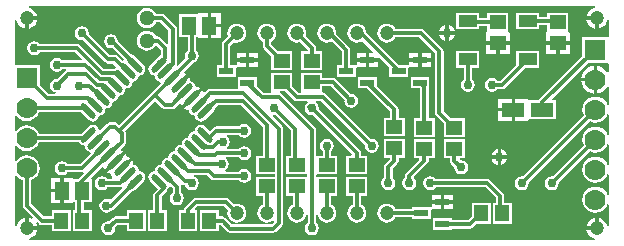
<source format=gtl>
G04 Layer_Physical_Order=1*
G04 Layer_Color=255*
%FSAX24Y24*%
%MOIN*%
G70*
G01*
G75*
%ADD10R,0.0768X0.0492*%
%ADD11R,0.0472X0.0236*%
%ADD12R,0.0472X0.0551*%
%ADD13R,0.0551X0.0472*%
%ADD14R,0.0512X0.0591*%
G04:AMPARAMS|DCode=15|XSize=21.7mil|YSize=65mil|CornerRadius=0mil|HoleSize=0mil|Usage=FLASHONLY|Rotation=225.000|XOffset=0mil|YOffset=0mil|HoleType=Round|Shape=Round|*
%AMOVALD15*
21,1,0.0433,0.0217,0.0000,0.0000,315.0*
1,1,0.0217,-0.0153,0.0153*
1,1,0.0217,0.0153,-0.0153*
%
%ADD15OVALD15*%

G04:AMPARAMS|DCode=16|XSize=21.7mil|YSize=65mil|CornerRadius=0mil|HoleSize=0mil|Usage=FLASHONLY|Rotation=315.000|XOffset=0mil|YOffset=0mil|HoleType=Round|Shape=Round|*
%AMOVALD16*
21,1,0.0433,0.0217,0.0000,0.0000,45.0*
1,1,0.0217,-0.0153,-0.0153*
1,1,0.0217,0.0153,0.0153*
%
%ADD16OVALD16*%

%ADD17R,0.0600X0.0400*%
%ADD18C,0.0118*%
%ADD19C,0.0700*%
%ADD20R,0.0700X0.0700*%
%ADD21C,0.0472*%
%ADD22C,0.0512*%
%ADD23C,0.0300*%
G36*
X058944Y047350D02*
X058907Y047345D01*
X058821Y047310D01*
X058747Y047253D01*
X058690Y047179D01*
X058655Y047092D01*
X058650Y047059D01*
X059000D01*
Y047000D01*
X059059D01*
Y046650D01*
X059092Y046655D01*
X059179Y046690D01*
X059253Y046747D01*
X059310Y046821D01*
X059345Y046908D01*
X059350Y046944D01*
X059400Y046941D01*
Y046420D01*
X059379Y046379D01*
X059350Y046379D01*
X058521D01*
Y045734D01*
X057083Y044295D01*
X057069Y044275D01*
X056745Y044275D01*
X056720Y044314D01*
X056694D01*
X056694Y044314D01*
X056277D01*
Y043950D01*
Y043586D01*
X056694D01*
X056694Y043586D01*
X056720Y043586D01*
X056745Y043625D01*
X056770Y043625D01*
X057645D01*
Y044275D01*
X057525D01*
X057506Y044321D01*
X058706Y045521D01*
X059350D01*
X059379Y045521D01*
X059400Y045480D01*
Y045211D01*
X059350Y045198D01*
X059284Y045284D01*
X059186Y045359D01*
X059072Y045406D01*
X059009Y045414D01*
Y044950D01*
Y044486D01*
X059072Y044494D01*
X059186Y044541D01*
X059284Y044616D01*
X059350Y044702D01*
X059400Y044689D01*
Y044115D01*
X059350Y044105D01*
X059324Y044166D01*
X059256Y044256D01*
X059166Y044324D01*
X059062Y044368D01*
X058950Y044382D01*
X058838Y044368D01*
X058734Y044324D01*
X058644Y044256D01*
X058575Y044166D01*
X058532Y044062D01*
X058518Y043950D01*
X058532Y043838D01*
X058564Y043762D01*
X056529Y041727D01*
X056500Y041733D01*
X056411Y041715D01*
X056335Y041665D01*
X056285Y041589D01*
X056267Y041500D01*
X056285Y041411D01*
X056335Y041335D01*
X056411Y041285D01*
X056500Y041267D01*
X056589Y041285D01*
X056665Y041335D01*
X056715Y041411D01*
X056733Y041500D01*
X056727Y041529D01*
X058762Y043564D01*
X058838Y043532D01*
X058950Y043518D01*
X059062Y043532D01*
X059166Y043575D01*
X059256Y043644D01*
X059324Y043734D01*
X059350Y043795D01*
X059400Y043785D01*
Y043115D01*
X059350Y043105D01*
X059324Y043166D01*
X059256Y043256D01*
X059166Y043324D01*
X059062Y043368D01*
X058950Y043382D01*
X058838Y043368D01*
X058734Y043324D01*
X058644Y043256D01*
X058576Y043166D01*
X058532Y043062D01*
X058518Y042950D01*
X058532Y042838D01*
X058564Y042762D01*
X057529Y041727D01*
X057500Y041733D01*
X057411Y041715D01*
X057335Y041665D01*
X057285Y041589D01*
X057267Y041500D01*
X057285Y041411D01*
X057335Y041335D01*
X057411Y041285D01*
X057500Y041267D01*
X057589Y041285D01*
X057665Y041335D01*
X057715Y041411D01*
X057733Y041500D01*
X057727Y041529D01*
X058762Y042564D01*
X058838Y042532D01*
X058950Y042518D01*
X059062Y042532D01*
X059166Y042575D01*
X059256Y042644D01*
X059324Y042734D01*
X059350Y042795D01*
X059400Y042785D01*
Y042115D01*
X059350Y042105D01*
X059325Y042166D01*
X059256Y042256D01*
X059166Y042325D01*
X059062Y042368D01*
X058950Y042382D01*
X058838Y042368D01*
X058734Y042325D01*
X058644Y042256D01*
X058576Y042166D01*
X058532Y042062D01*
X058518Y041950D01*
X058532Y041838D01*
X058576Y041734D01*
X058644Y041644D01*
X058734Y041575D01*
X058838Y041532D01*
X058950Y041518D01*
X059062Y041532D01*
X059166Y041575D01*
X059256Y041644D01*
X059325Y041734D01*
X059350Y041795D01*
X059400Y041785D01*
Y041115D01*
X059350Y041105D01*
X059325Y041166D01*
X059256Y041256D01*
X059166Y041325D01*
X059062Y041368D01*
X058950Y041382D01*
X058838Y041368D01*
X058734Y041325D01*
X058644Y041256D01*
X058576Y041166D01*
X058532Y041062D01*
X058518Y040950D01*
X058532Y040838D01*
X058576Y040734D01*
X058644Y040644D01*
X058734Y040575D01*
X058838Y040532D01*
X058950Y040518D01*
X059062Y040532D01*
X059166Y040575D01*
X059256Y040644D01*
X059325Y040734D01*
X059350Y040795D01*
X059400Y040785D01*
Y040059D01*
X059350Y040056D01*
X059345Y040093D01*
X059310Y040179D01*
X059253Y040253D01*
X059179Y040310D01*
X059092Y040345D01*
X059059Y040350D01*
Y040000D01*
X059000D01*
Y039941D01*
X058650D01*
X058655Y039908D01*
X058690Y039821D01*
X058747Y039747D01*
X058821Y039690D01*
X058907Y039655D01*
X058944Y039650D01*
X058941Y039600D01*
X040059D01*
X040056Y039650D01*
X040093Y039655D01*
X040179Y039690D01*
X040253Y039747D01*
X040310Y039821D01*
X040345Y039908D01*
X040350Y039941D01*
X040000D01*
Y040000D01*
X039941D01*
Y040350D01*
X039908Y040345D01*
X039821Y040310D01*
X039747Y040253D01*
X039690Y040179D01*
X039655Y040093D01*
X039650Y040056D01*
X039600Y040059D01*
Y041735D01*
X039650Y041752D01*
X039694Y041694D01*
X039784Y041625D01*
X039860Y041594D01*
Y040750D01*
X039870Y040696D01*
X039901Y040651D01*
X040194Y040357D01*
X040166Y040315D01*
X040093Y040345D01*
X040059Y040350D01*
Y040059D01*
X040350D01*
X040345Y040093D01*
X040315Y040166D01*
X040357Y040194D01*
X040401Y040151D01*
X040446Y040120D01*
X040500Y040110D01*
X040831D01*
Y039896D01*
X041461D01*
Y040604D01*
X040831D01*
Y040391D01*
X040558D01*
X040141Y040808D01*
Y041594D01*
X040216Y041625D01*
X040306Y041694D01*
X040375Y041784D01*
X040418Y041888D01*
X040432Y042000D01*
X040418Y042112D01*
X040375Y042216D01*
X040306Y042306D01*
X040216Y042375D01*
X040112Y042418D01*
X040000Y042432D01*
X039888Y042418D01*
X039784Y042375D01*
X039694Y042306D01*
X039650Y042248D01*
X039600Y042265D01*
Y042735D01*
X039650Y042752D01*
X039694Y042694D01*
X039784Y042625D01*
X039888Y042582D01*
X040000Y042568D01*
X040112Y042582D01*
X040216Y042625D01*
X040306Y042694D01*
X040375Y042784D01*
X040406Y042860D01*
X041738D01*
X041763Y042822D01*
X041825Y042781D01*
X041898Y042766D01*
X041930Y042734D01*
X041945Y042661D01*
X041986Y042600D01*
X042048Y042558D01*
X042109Y042546D01*
X042126Y042511D01*
X042128Y042495D01*
X041774Y042140D01*
X041347D01*
X041330Y042165D01*
X041255Y042215D01*
X041165Y042233D01*
X041076Y042215D01*
X041000Y042165D01*
X040950Y042089D01*
X040932Y042000D01*
X040950Y041911D01*
X041000Y041835D01*
X041076Y041785D01*
X041165Y041767D01*
X041255Y041785D01*
X041330Y041835D01*
X041347Y041859D01*
X041832D01*
X041876Y041868D01*
X041899Y041841D01*
X041906Y041827D01*
X041703Y041624D01*
X041539D01*
Y041663D01*
X041224D01*
Y041250D01*
Y040837D01*
X041539D01*
Y040876D01*
X041610D01*
Y040604D01*
X041539D01*
Y039896D01*
X042169D01*
Y040604D01*
X041891D01*
Y040859D01*
X042000D01*
X042054Y040870D01*
X042062Y040876D01*
X042169D01*
Y041624D01*
X042165D01*
X042146Y041670D01*
X042513Y042037D01*
X042567Y042021D01*
X042576Y041978D01*
X042592Y041953D01*
X042900Y042261D01*
X043208Y042569D01*
X043184Y042586D01*
X043141Y042594D01*
X043124Y042649D01*
X043264Y042788D01*
X043295Y042834D01*
X043305Y042888D01*
Y043165D01*
X043295Y043219D01*
X043276Y043246D01*
X044278Y044248D01*
X044513Y044013D01*
X044559Y043983D01*
X044612Y043972D01*
X044835D01*
X044889Y043983D01*
X044935Y044013D01*
X045074Y044153D01*
X045128Y044136D01*
X045137Y044094D01*
X045154Y044069D01*
X045462Y044377D01*
X045770Y044685D01*
X045745Y044702D01*
X045656Y044719D01*
X045618Y044745D01*
X045610Y044784D01*
X045569Y044846D01*
X045507Y044887D01*
X045468Y044895D01*
X045442Y044934D01*
X045424Y045022D01*
X045408Y045047D01*
X045100Y044739D01*
X045016Y044822D01*
X045324Y045130D01*
X045299Y045147D01*
X045257Y045155D01*
X045240Y045210D01*
X045559Y045529D01*
X045589Y045535D01*
X045665Y045585D01*
X045715Y045661D01*
X045733Y045750D01*
X045715Y045839D01*
X045665Y045915D01*
X045641Y045931D01*
Y046376D01*
X045711D01*
Y046337D01*
X046026D01*
Y046750D01*
Y047163D01*
X045711D01*
Y047124D01*
X045081D01*
Y046376D01*
X045360D01*
Y045931D01*
X045335Y045915D01*
X045285Y045839D01*
X045267Y045750D01*
X045285Y045661D01*
X045288Y045655D01*
X045032Y045399D01*
X045018Y045406D01*
X044991Y045429D01*
X045000Y045473D01*
Y046641D01*
X044989Y046694D01*
X044959Y046740D01*
X044599Y047099D01*
X044554Y047130D01*
X044500Y047140D01*
X044304D01*
X044292Y047169D01*
X044239Y047239D01*
X044169Y047292D01*
X044087Y047326D01*
X044000Y047338D01*
X043913Y047326D01*
X043831Y047292D01*
X043761Y047239D01*
X043708Y047169D01*
X043674Y047087D01*
X043662Y047000D01*
X043674Y046913D01*
X043708Y046831D01*
X043761Y046761D01*
X043831Y046708D01*
X043913Y046674D01*
X044000Y046662D01*
X044087Y046674D01*
X044169Y046708D01*
X044239Y046761D01*
X044292Y046831D01*
X044304Y046859D01*
X044442D01*
X044719Y046582D01*
Y046163D01*
X044669Y046142D01*
X044462Y046349D01*
X044416Y046380D01*
X044362Y046391D01*
X044304D01*
X044292Y046419D01*
X044239Y046489D01*
X044169Y046542D01*
X044087Y046576D01*
X044000Y046588D01*
X043913Y046576D01*
X043831Y046542D01*
X043761Y046489D01*
X043708Y046419D01*
X043674Y046337D01*
X043662Y046250D01*
X043674Y046163D01*
X043708Y046081D01*
X043761Y046011D01*
X043831Y045958D01*
X043913Y045924D01*
X044000Y045912D01*
X044087Y045924D01*
X044169Y045958D01*
X044239Y046011D01*
X044279Y046064D01*
X044331Y046074D01*
X044342Y046071D01*
X044472Y045942D01*
Y045778D01*
X044470Y045778D01*
X044408Y045737D01*
X044313Y045642D01*
X044290Y045627D01*
X044275Y045604D01*
X044102Y045430D01*
X044060Y045369D01*
X044046Y045296D01*
X044060Y045223D01*
X044102Y045161D01*
X044164Y045119D01*
X044237Y045105D01*
X044271Y045061D01*
X044283Y045000D01*
X044325Y044938D01*
X044386Y044897D01*
X044447Y044885D01*
X044464Y044850D01*
X044467Y044834D01*
X044179Y044546D01*
X043081Y043448D01*
X043041Y043487D01*
X042996Y043517D01*
X042942Y043528D01*
X042774D01*
X042720Y043517D01*
X042675Y043487D01*
X042444Y043256D01*
X042427Y043258D01*
X042393Y043276D01*
X042381Y043336D01*
X042339Y043398D01*
X042277Y043440D01*
X042204Y043454D01*
X042131Y043440D01*
X042070Y043398D01*
X041812Y043140D01*
X040406D01*
X040375Y043216D01*
X040306Y043306D01*
X040216Y043375D01*
X040112Y043418D01*
X040000Y043432D01*
X039888Y043418D01*
X039784Y043375D01*
X039694Y043306D01*
X039650Y043248D01*
X039600Y043265D01*
Y043735D01*
X039650Y043752D01*
X039694Y043694D01*
X039784Y043625D01*
X039888Y043582D01*
X040000Y043568D01*
X040112Y043582D01*
X040216Y043625D01*
X040306Y043694D01*
X040374Y043784D01*
X040406Y043860D01*
X041812D01*
X042070Y043602D01*
X042131Y043560D01*
X042204Y043546D01*
X042277Y043560D01*
X042339Y043602D01*
X042381Y043664D01*
X042395Y043737D01*
X042427Y043769D01*
X042500Y043783D01*
X042562Y043825D01*
X042603Y043886D01*
X042618Y043959D01*
X042662Y043994D01*
X042723Y044006D01*
X042785Y044047D01*
X042826Y044109D01*
X042840Y044182D01*
X042873Y044214D01*
X042945Y044229D01*
X043007Y044270D01*
X043049Y044332D01*
X043063Y044405D01*
X043095Y044437D01*
X043168Y044451D01*
X043230Y044493D01*
X043271Y044555D01*
X043286Y044627D01*
X043318Y044660D01*
X043391Y044674D01*
X043453Y044715D01*
X043494Y044777D01*
X043509Y044850D01*
X043541Y044882D01*
X043614Y044897D01*
X043675Y044938D01*
X043717Y045000D01*
X043731Y045073D01*
X043763Y045105D01*
X043836Y045119D01*
X043898Y045161D01*
X043940Y045223D01*
X043954Y045296D01*
X043940Y045369D01*
X043898Y045430D01*
X043592Y045737D01*
X043530Y045778D01*
X043467Y045791D01*
X043037Y046220D01*
X043038Y046225D01*
X043020Y046314D01*
X042970Y046390D01*
X042894Y046440D01*
X042805Y046458D01*
X042716Y046440D01*
X042640Y046390D01*
X042589Y046314D01*
X042572Y046225D01*
X042589Y046136D01*
X042640Y046060D01*
X042716Y046009D01*
X042805Y045992D01*
X042858Y046002D01*
X043225Y045635D01*
X043208Y045582D01*
X043177Y045577D01*
X043028Y045725D01*
X042982Y045756D01*
X042929Y045766D01*
X042767D01*
X042062Y046471D01*
X042068Y046500D01*
X042050Y046589D01*
X042000Y046665D01*
X041924Y046715D01*
X041835Y046733D01*
X041745Y046715D01*
X041670Y046665D01*
X041619Y046589D01*
X041601Y046500D01*
X041619Y046411D01*
X041670Y046335D01*
X041745Y046285D01*
X041835Y046267D01*
X041863Y046273D01*
X042609Y045527D01*
X042655Y045496D01*
X042709Y045485D01*
X042870D01*
X042972Y045384D01*
X042957Y045336D01*
X042939Y045333D01*
X042914Y045316D01*
X042891Y045320D01*
X042552D01*
X041773Y046099D01*
X041727Y046130D01*
X041673Y046140D01*
X040431D01*
X040415Y046165D01*
X040339Y046215D01*
X040250Y046233D01*
X040161Y046215D01*
X040085Y046165D01*
X040035Y046089D01*
X040017Y046000D01*
X040035Y045911D01*
X040085Y045835D01*
X040161Y045785D01*
X040250Y045767D01*
X040339Y045785D01*
X040415Y045835D01*
X040431Y045859D01*
X041615D01*
X041839Y045635D01*
X041820Y045589D01*
X041181D01*
X041165Y045614D01*
X041089Y045664D01*
X041000Y045682D01*
X040911Y045664D01*
X040835Y045614D01*
X040785Y045538D01*
X040767Y045449D01*
X040785Y045359D01*
X040835Y045284D01*
X040911Y045233D01*
X041000Y045216D01*
X041089Y045233D01*
X041165Y045284D01*
X041181Y045308D01*
X041305D01*
X041320Y045258D01*
X041288Y045237D01*
X041029Y044977D01*
X041000Y044983D01*
X040911Y044965D01*
X040835Y044915D01*
X040785Y044839D01*
X040767Y044750D01*
X040785Y044661D01*
X040835Y044585D01*
X040911Y044535D01*
X040955Y044526D01*
X040950Y044476D01*
X040723D01*
X040429Y044770D01*
Y045429D01*
X039600D01*
Y046941D01*
X039650Y046944D01*
X039655Y046908D01*
X039690Y046821D01*
X039747Y046747D01*
X039821Y046690D01*
X039908Y046655D01*
X039941Y046650D01*
Y047000D01*
X040000D01*
Y047059D01*
X040350D01*
X040345Y047092D01*
X040310Y047179D01*
X040253Y047253D01*
X040179Y047310D01*
X040093Y047345D01*
X040056Y047350D01*
X040059Y047400D01*
X058941D01*
X058944Y047350D01*
D02*
G37*
%LPC*%
G36*
X055809Y042633D02*
Y042429D01*
X056013D01*
X056011Y042440D01*
X055984Y042505D01*
X055941Y042561D01*
X055885Y042604D01*
X055820Y042631D01*
X055809Y042633D01*
D02*
G37*
G36*
X052000Y046818D02*
X051918Y046807D01*
X051841Y046775D01*
X051775Y046725D01*
X051725Y046659D01*
X051693Y046582D01*
X051682Y046500D01*
X051693Y046418D01*
X051725Y046341D01*
X051775Y046275D01*
X051841Y046225D01*
X051918Y046193D01*
X052000Y046182D01*
X052082Y046193D01*
X052159Y046225D01*
X052225Y046275D01*
X052275Y046341D01*
X052283Y046360D01*
X053087D01*
X053609Y045837D01*
Y043854D01*
X053620Y043801D01*
X053651Y043755D01*
X053896Y043510D01*
Y043039D01*
X054604D01*
Y043669D01*
X054134D01*
X053891Y043913D01*
Y045896D01*
X053880Y045949D01*
X053849Y045995D01*
X053245Y046599D01*
X053199Y046630D01*
X053146Y046641D01*
X052283D01*
X052275Y046659D01*
X052225Y046725D01*
X052159Y046775D01*
X052082Y046807D01*
X052000Y046818D01*
D02*
G37*
G36*
X055691Y042633D02*
X055680Y042631D01*
X055615Y042604D01*
X055559Y042561D01*
X055516Y042505D01*
X055489Y042440D01*
X055487Y042429D01*
X055691D01*
Y042633D01*
D02*
G37*
G36*
X054604Y042961D02*
X053896D01*
Y042331D01*
X054110D01*
Y042250D01*
X054120Y042196D01*
X054151Y042151D01*
X054247Y042054D01*
X054241Y042025D01*
X054259Y041936D01*
X054310Y041860D01*
X054385Y041810D01*
X054475Y041792D01*
X054564Y041810D01*
X054640Y041860D01*
X054690Y041936D01*
X054708Y042025D01*
X054690Y042115D01*
X054640Y042190D01*
X054564Y042241D01*
X054475Y042259D01*
X054458Y042255D01*
X054432Y042283D01*
X054452Y042331D01*
X054604D01*
Y042961D01*
D02*
G37*
G36*
X055691Y042311D02*
X055487D01*
X055489Y042300D01*
X055516Y042235D01*
X055559Y042179D01*
X055615Y042136D01*
X055680Y042109D01*
X055691Y042107D01*
Y042311D01*
D02*
G37*
G36*
X056013D02*
X055809D01*
Y042107D01*
X055820Y042109D01*
X055885Y042136D01*
X055941Y042179D01*
X055984Y042235D01*
X056011Y042300D01*
X056013Y042311D01*
D02*
G37*
G36*
X053419Y045049D02*
X052789D01*
Y044655D01*
X053102D01*
X053109Y044648D01*
Y043669D01*
X052896D01*
Y043039D01*
X053604D01*
Y043669D01*
X053390D01*
Y044655D01*
X053419D01*
Y045049D01*
D02*
G37*
G36*
X058891Y044891D02*
X058486D01*
X058494Y044828D01*
X058541Y044714D01*
X058616Y044616D01*
X058714Y044541D01*
X058828Y044494D01*
X058891Y044486D01*
Y044891D01*
D02*
G37*
G36*
X049854Y045187D02*
X049146D01*
Y044565D01*
X049146Y044557D01*
X049127Y044515D01*
X049056D01*
X048854Y044716D01*
Y045187D01*
X048146D01*
Y044565D01*
X048146Y044557D01*
X048127Y044515D01*
X047891D01*
X047669Y044736D01*
Y045049D01*
X047039D01*
X047039Y044655D01*
X046995Y044640D01*
X046114D01*
X046060Y044630D01*
X046014Y044599D01*
X045932Y044518D01*
X045878Y044534D01*
X045870Y044577D01*
X045853Y044601D01*
X045545Y044293D01*
X045237Y043985D01*
X045262Y043969D01*
X045350Y043951D01*
X045389Y043925D01*
X045397Y043886D01*
X045438Y043825D01*
X045500Y043783D01*
X045573Y043769D01*
X045607Y043725D01*
X045619Y043664D01*
X045661Y043602D01*
X045723Y043560D01*
X045796Y043546D01*
X045869Y043560D01*
X045930Y043602D01*
X046237Y043908D01*
X046278Y043970D01*
X046291Y044033D01*
X046367Y044110D01*
X047134D01*
X047860Y043384D01*
Y042419D01*
X047646D01*
Y041789D01*
X048273D01*
Y041711D01*
X047646D01*
Y041081D01*
X047860D01*
Y040783D01*
X047841Y040775D01*
X047775Y040725D01*
X047725Y040659D01*
X047693Y040582D01*
X047682Y040500D01*
X047693Y040418D01*
X047725Y040341D01*
X047775Y040275D01*
X047841Y040225D01*
X047918Y040193D01*
X048000Y040182D01*
X048082Y040193D01*
X048159Y040225D01*
X048188Y040247D01*
X048201Y040249D01*
X048245Y040228D01*
X048246Y040217D01*
X048155Y040126D01*
X046844D01*
X046621Y040349D01*
X046575Y040380D01*
X046522Y040390D01*
X046395D01*
Y040604D01*
X045765D01*
Y039896D01*
X046395D01*
Y040110D01*
X046463D01*
X046687Y039886D01*
X046732Y039856D01*
X046786Y039845D01*
X048213D01*
X048267Y039856D01*
X048313Y039886D01*
X048513Y040086D01*
X048543Y040132D01*
X048554Y040186D01*
Y043308D01*
X048543Y043361D01*
X048513Y043407D01*
X048193Y043727D01*
X048217Y043773D01*
X048250Y043767D01*
X048279Y043773D01*
X048795Y043257D01*
Y042419D01*
X048646D01*
Y041789D01*
X049328Y041789D01*
X049351Y041750D01*
X049328Y041711D01*
X048646D01*
Y041081D01*
X048860D01*
Y040783D01*
X048841Y040775D01*
X048775Y040725D01*
X048725Y040659D01*
X048693Y040582D01*
X048682Y040500D01*
X048693Y040418D01*
X048725Y040341D01*
X048775Y040275D01*
X048841Y040225D01*
X048918Y040193D01*
X049000Y040182D01*
X049082Y040193D01*
X049159Y040225D01*
X049225Y040275D01*
X049275Y040341D01*
X049307Y040418D01*
X049310Y040438D01*
X049359Y040435D01*
Y040181D01*
X049335Y040165D01*
X049285Y040089D01*
X049267Y040000D01*
X049285Y039911D01*
X049335Y039835D01*
X049411Y039785D01*
X049500Y039767D01*
X049589Y039785D01*
X049665Y039835D01*
X049715Y039911D01*
X049733Y040000D01*
X049715Y040089D01*
X049665Y040165D01*
X049640Y040181D01*
Y040435D01*
X049690Y040438D01*
X049693Y040418D01*
X049725Y040341D01*
X049775Y040275D01*
X049841Y040225D01*
X049918Y040193D01*
X050000Y040182D01*
X050082Y040193D01*
X050159Y040225D01*
X050225Y040275D01*
X050275Y040341D01*
X050307Y040418D01*
X050318Y040500D01*
X050307Y040582D01*
X050275Y040659D01*
X050225Y040725D01*
X050159Y040775D01*
X050141Y040783D01*
Y041081D01*
X050354D01*
Y041711D01*
X049672Y041711D01*
X049649Y041750D01*
X049672Y041789D01*
X050354D01*
Y042419D01*
X050140D01*
Y042569D01*
X050165Y042585D01*
X050215Y042661D01*
X050233Y042750D01*
X050215Y042839D01*
X050165Y042915D01*
X050089Y042965D01*
X050000Y042983D01*
X049911Y042965D01*
X049835Y042915D01*
X049785Y042839D01*
X049767Y042750D01*
X049785Y042661D01*
X049835Y042585D01*
X049859Y042569D01*
Y042419D01*
X049646Y042419D01*
X049640Y042467D01*
Y043279D01*
X049630Y043333D01*
X049599Y043378D01*
X048504Y044473D01*
X048459Y044504D01*
X048444Y044507D01*
X048449Y044557D01*
X048616D01*
X048898Y044275D01*
X048944Y044244D01*
X048998Y044234D01*
X049348D01*
X049363Y044184D01*
X049335Y044165D01*
X049285Y044089D01*
X049267Y044000D01*
X049285Y043911D01*
X049335Y043835D01*
X049411Y043785D01*
X049500Y043767D01*
X049529Y043773D01*
X050832Y042469D01*
X050811Y042419D01*
X050646D01*
Y041789D01*
X051354D01*
Y042419D01*
X051140D01*
Y042500D01*
X051130Y042554D01*
X051099Y042599D01*
X049727Y043971D01*
X049733Y044000D01*
X049715Y044089D01*
X049665Y044165D01*
X049637Y044184D01*
X049652Y044234D01*
X049818D01*
X051273Y042779D01*
X051267Y042750D01*
X051285Y042661D01*
X051335Y042585D01*
X051411Y042535D01*
X051500Y042517D01*
X051589Y042535D01*
X051665Y042585D01*
X051715Y042661D01*
X051733Y042750D01*
X051715Y042839D01*
X051665Y042915D01*
X051589Y042965D01*
X051500Y042983D01*
X051471Y042977D01*
X049975Y044473D01*
X049930Y044504D01*
X049876Y044515D01*
X049873D01*
X049854Y044557D01*
X049854Y044565D01*
Y044731D01*
X050138D01*
X050590Y044279D01*
X050584Y044250D01*
X050602Y044161D01*
X050653Y044085D01*
X050728Y044035D01*
X050818Y044017D01*
X050907Y044035D01*
X050983Y044085D01*
X051033Y044161D01*
X051051Y044250D01*
X051033Y044339D01*
X050983Y044415D01*
X050907Y044465D01*
X050818Y044483D01*
X050789Y044477D01*
X050295Y044971D01*
X050250Y045001D01*
X050196Y045012D01*
X049854D01*
Y045187D01*
D02*
G37*
G36*
X055079Y045907D02*
X054321D01*
Y045349D01*
X054560D01*
Y044962D01*
X054535Y044946D01*
X054485Y044870D01*
X054467Y044781D01*
X054485Y044691D01*
X054535Y044616D01*
X054611Y044565D01*
X054700Y044547D01*
X054789Y044565D01*
X054865Y044616D01*
X054915Y044691D01*
X054933Y044781D01*
X054915Y044870D01*
X054865Y044946D01*
X054840Y044962D01*
Y045349D01*
X055079D01*
Y045907D01*
D02*
G37*
G36*
X056159Y044314D02*
X055716D01*
Y044009D01*
X056159D01*
Y044314D01*
D02*
G37*
G36*
X051669Y045049D02*
X051039D01*
Y044655D01*
X051352D01*
X052109Y043898D01*
Y043688D01*
X051896D01*
Y043059D01*
X052604D01*
Y043688D01*
X052390D01*
Y043956D01*
X052380Y044010D01*
X052349Y044056D01*
X051669Y044736D01*
Y045049D01*
D02*
G37*
G36*
X047250Y043483D02*
X047161Y043465D01*
X047085Y043415D01*
X047069Y043390D01*
X046309D01*
X046255Y043380D01*
X046210Y043349D01*
X046094Y043234D01*
X045930Y043398D01*
X045869Y043440D01*
X045796Y043454D01*
X045723Y043440D01*
X045661Y043398D01*
X045619Y043336D01*
X045605Y043263D01*
X045573Y043231D01*
X045500Y043217D01*
X045438Y043175D01*
X045397Y043114D01*
X045382Y043041D01*
X045338Y043006D01*
X045277Y042994D01*
X045215Y042953D01*
X045174Y042891D01*
X045160Y042818D01*
X045127Y042786D01*
X045055Y042771D01*
X044993Y042730D01*
X044951Y042668D01*
X044939Y042607D01*
X044905Y042563D01*
X044832Y042549D01*
X044770Y042507D01*
X044729Y042445D01*
X044717Y042385D01*
X044696Y042358D01*
X044670Y042338D01*
X044609Y042326D01*
X044547Y042285D01*
X044506Y042223D01*
X044491Y042150D01*
X044447Y042115D01*
X044386Y042103D01*
X044325Y042062D01*
X044283Y042000D01*
X044269Y041927D01*
X044225Y041893D01*
X044164Y041881D01*
X044102Y041839D01*
X044060Y041777D01*
X044046Y041704D01*
X044060Y041631D01*
X044102Y041570D01*
X044363Y041309D01*
X044255Y041201D01*
X044225Y041155D01*
X044214Y041101D01*
Y040604D01*
X044039D01*
Y039896D01*
X044669D01*
Y040604D01*
X044495D01*
Y041043D01*
X044642Y041191D01*
X044673Y041236D01*
X044678Y041264D01*
X044719Y041325D01*
X044731Y041386D01*
X044766Y041403D01*
X044782Y041406D01*
X044859Y041328D01*
Y041181D01*
X044835Y041165D01*
X044785Y041089D01*
X044767Y041000D01*
X044785Y040911D01*
X044835Y040835D01*
X044911Y040785D01*
X045000Y040767D01*
X045089Y040785D01*
X045165Y040835D01*
X045215Y040911D01*
X045233Y041000D01*
X045215Y041089D01*
X045165Y041165D01*
X045141Y041181D01*
Y041386D01*
X045132Y041431D01*
X045155Y041453D01*
X045173Y041462D01*
X045213Y041435D01*
X045267Y041424D01*
X045282D01*
X045285Y041411D01*
X045335Y041335D01*
X045411Y041285D01*
X045500Y041267D01*
X045589Y041285D01*
X045665Y041335D01*
X045715Y041411D01*
X045733Y041500D01*
X045715Y041589D01*
X045665Y041665D01*
X045589Y041715D01*
X045582Y041717D01*
X045587Y041767D01*
X046008D01*
X046134Y041641D01*
X046180Y041610D01*
X046234Y041600D01*
X047069D01*
X047085Y041575D01*
X047161Y041525D01*
X047250Y041507D01*
X047339Y041525D01*
X047415Y041575D01*
X047465Y041651D01*
X047483Y041740D01*
X047465Y041829D01*
X047415Y041905D01*
X047339Y041956D01*
X047250Y041973D01*
X047161Y041956D01*
X047085Y041905D01*
X047069Y041881D01*
X046636D01*
X046621Y041931D01*
X046665Y041960D01*
X046715Y042036D01*
X046733Y042125D01*
X046715Y042214D01*
X046665Y042290D01*
X046637Y042308D01*
X046652Y042358D01*
X047068D01*
X047084Y042334D01*
X047160Y042283D01*
X047249Y042266D01*
X047338Y042283D01*
X047414Y042334D01*
X047464Y042410D01*
X047482Y042499D01*
X047464Y042588D01*
X047414Y042664D01*
X047338Y042714D01*
X047249Y042732D01*
X047160Y042714D01*
X047084Y042664D01*
X047068Y042639D01*
X046676D01*
X046660Y042689D01*
X046690Y042709D01*
X046741Y042785D01*
X046758Y042874D01*
X046741Y042963D01*
X046690Y043039D01*
X046659Y043060D01*
X046674Y043109D01*
X047069D01*
X047085Y043085D01*
X047161Y043035D01*
X047250Y043017D01*
X047339Y043035D01*
X047415Y043085D01*
X047465Y043161D01*
X047483Y043250D01*
X047465Y043339D01*
X047415Y043415D01*
X047339Y043465D01*
X047250Y043483D01*
D02*
G37*
G36*
X056159Y043891D02*
X055716D01*
Y043586D01*
X056159D01*
Y043891D01*
D02*
G37*
G36*
X043292Y042486D02*
X042984Y042178D01*
X042676Y041870D01*
X042701Y041853D01*
X042782Y041837D01*
X042798Y041755D01*
X042842Y041691D01*
X042825Y041641D01*
X042681D01*
X042665Y041665D01*
X042589Y041715D01*
X042500Y041733D01*
X042411Y041715D01*
X042335Y041665D01*
X042285Y041589D01*
X042267Y041500D01*
X042285Y041411D01*
X042335Y041335D01*
X042411Y041285D01*
X042500Y041267D01*
X042589Y041285D01*
X042665Y041335D01*
X042681Y041360D01*
X043114D01*
X043158Y041368D01*
X043181Y041341D01*
X043187Y041327D01*
X042793Y040933D01*
X042744Y040965D01*
X042654Y040983D01*
X042565Y040965D01*
X042490Y040915D01*
X042439Y040839D01*
X042421Y040750D01*
X042439Y040661D01*
X042490Y040585D01*
X042565Y040535D01*
X042654Y040517D01*
X042744Y040535D01*
X042819Y040585D01*
X042840Y040616D01*
X042863Y040620D01*
X042908Y040651D01*
X043467Y041209D01*
X043530Y041222D01*
X043592Y041263D01*
X043898Y041570D01*
X043940Y041631D01*
X043954Y041704D01*
X043940Y041777D01*
X043898Y041839D01*
X043836Y041881D01*
X043763Y041895D01*
X043731Y041927D01*
X043717Y042000D01*
X043675Y042062D01*
X043614Y042103D01*
X043575Y042111D01*
X043549Y042150D01*
X043531Y042238D01*
X043515Y042263D01*
X043207Y041955D01*
X043123Y042038D01*
X043431Y042346D01*
X043406Y042363D01*
X043325Y042379D01*
X043308Y042461D01*
X043292Y042486D01*
D02*
G37*
G36*
X043961Y040604D02*
X043331D01*
Y040390D01*
X042969D01*
X042916Y040380D01*
X042870Y040349D01*
X042748Y040227D01*
X042719Y040233D01*
X042630Y040215D01*
X042554Y040165D01*
X042504Y040089D01*
X042486Y040000D01*
X042504Y039911D01*
X042554Y039835D01*
X042630Y039785D01*
X042719Y039767D01*
X042809Y039785D01*
X042884Y039835D01*
X042935Y039911D01*
X042953Y040000D01*
X042947Y040029D01*
X043028Y040110D01*
X043331D01*
Y039896D01*
X043961D01*
Y040604D01*
D02*
G37*
G36*
X055461Y040854D02*
X054831D01*
Y040384D01*
X054713Y040266D01*
X054169D01*
Y040323D01*
X053539D01*
Y039929D01*
X054169D01*
Y039985D01*
X054772D01*
X054825Y039996D01*
X054871Y040027D01*
X054990Y040146D01*
X055461D01*
Y040854D01*
D02*
G37*
G36*
X052000Y040818D02*
X051918Y040807D01*
X051841Y040775D01*
X051775Y040725D01*
X051725Y040659D01*
X051693Y040582D01*
X051682Y040500D01*
X051693Y040418D01*
X051725Y040341D01*
X051775Y040275D01*
X051841Y040225D01*
X051918Y040193D01*
X052000Y040182D01*
X052082Y040193D01*
X052159Y040225D01*
X052225Y040275D01*
X052275Y040341D01*
X052283Y040360D01*
X052831D01*
Y040303D01*
X053461D01*
Y040612D01*
X053500Y040638D01*
X053511Y040638D01*
X053795D01*
Y040815D01*
X053500D01*
Y040723D01*
X053461Y040697D01*
X053450Y040697D01*
X052831D01*
Y040641D01*
X052283D01*
X052275Y040659D01*
X052225Y040725D01*
X052159Y040775D01*
X052082Y040807D01*
X052000Y040818D01*
D02*
G37*
G36*
X051354Y041711D02*
X050646D01*
Y041081D01*
X050859D01*
Y040783D01*
X050841Y040775D01*
X050775Y040725D01*
X050725Y040659D01*
X050693Y040582D01*
X050682Y040500D01*
X050693Y040418D01*
X050725Y040341D01*
X050775Y040275D01*
X050841Y040225D01*
X050918Y040193D01*
X051000Y040182D01*
X051082Y040193D01*
X051159Y040225D01*
X051225Y040275D01*
X051275Y040341D01*
X051307Y040418D01*
X051318Y040500D01*
X051307Y040582D01*
X051275Y040659D01*
X051225Y040725D01*
X051159Y040775D01*
X051140Y040783D01*
Y041081D01*
X051354D01*
Y041711D01*
D02*
G37*
G36*
X058941Y040350D02*
X058907Y040345D01*
X058821Y040310D01*
X058747Y040253D01*
X058690Y040179D01*
X058655Y040093D01*
X058650Y040059D01*
X058941D01*
Y040350D01*
D02*
G37*
G36*
X053450Y041733D02*
X053361Y041715D01*
X053285Y041665D01*
X053235Y041589D01*
X053217Y041500D01*
X053235Y041411D01*
X053285Y041335D01*
X053361Y041285D01*
X053450Y041267D01*
X053539Y041285D01*
X053615Y041335D01*
X053631Y041360D01*
X055292D01*
X055637Y041014D01*
Y040854D01*
X055539D01*
Y040146D01*
X056169D01*
Y040854D01*
X055918D01*
Y041072D01*
X055908Y041126D01*
X055877Y041172D01*
X055449Y041599D01*
X055404Y041630D01*
X055350Y041641D01*
X053631D01*
X053615Y041665D01*
X053539Y041715D01*
X053450Y041733D01*
D02*
G37*
G36*
X046626Y041015D02*
X045627D01*
X045574Y041004D01*
X045528Y040973D01*
X045272Y040718D01*
X045242Y040672D01*
X045231Y040618D01*
Y040604D01*
X045057D01*
Y039896D01*
X045687D01*
Y040604D01*
X045622D01*
X045603Y040651D01*
X045686Y040734D01*
X046568D01*
X046701Y040601D01*
X046693Y040582D01*
X046682Y040500D01*
X046693Y040418D01*
X046725Y040341D01*
X046775Y040275D01*
X046841Y040225D01*
X046918Y040193D01*
X047000Y040182D01*
X047082Y040193D01*
X047159Y040225D01*
X047225Y040275D01*
X047275Y040341D01*
X047307Y040418D01*
X047318Y040500D01*
X047307Y040582D01*
X047275Y040659D01*
X047225Y040725D01*
X047159Y040775D01*
X047082Y040807D01*
X047000Y040818D01*
X046918Y040807D01*
X046899Y040799D01*
X046725Y040973D01*
X046680Y041004D01*
X046626Y041015D01*
D02*
G37*
G36*
X052604Y042980D02*
X051896D01*
Y042350D01*
X052089D01*
X052101Y042300D01*
X051951Y042149D01*
X051920Y042104D01*
X051909Y042050D01*
Y041681D01*
X051885Y041665D01*
X051835Y041589D01*
X051817Y041500D01*
X051835Y041411D01*
X051885Y041335D01*
X051961Y041285D01*
X052050Y041267D01*
X052139Y041285D01*
X052215Y041335D01*
X052265Y041411D01*
X052283Y041500D01*
X052265Y041589D01*
X052215Y041665D01*
X052190Y041681D01*
Y041992D01*
X052349Y042151D01*
X052380Y042196D01*
X052390Y042250D01*
Y042350D01*
X052604D01*
Y042980D01*
D02*
G37*
G36*
X053604Y042961D02*
X052896D01*
Y042331D01*
X053061D01*
X053082Y042281D01*
X052651Y041849D01*
X052620Y041804D01*
X052610Y041750D01*
Y041681D01*
X052585Y041665D01*
X052535Y041589D01*
X052517Y041500D01*
X052535Y041411D01*
X052585Y041335D01*
X052661Y041285D01*
X052750Y041267D01*
X052839Y041285D01*
X052915Y041335D01*
X052965Y041411D01*
X052983Y041500D01*
X052965Y041589D01*
X052915Y041665D01*
X052920Y041722D01*
X053349Y042151D01*
X053380Y042196D01*
X053390Y042250D01*
Y042331D01*
X053604D01*
Y042961D01*
D02*
G37*
G36*
X041106Y041663D02*
X040791D01*
Y041309D01*
X041106D01*
Y041663D01*
D02*
G37*
G36*
X054209Y041110D02*
X053913D01*
Y040933D01*
X054209D01*
Y041110D01*
D02*
G37*
G36*
Y040815D02*
X053913D01*
Y040638D01*
X054209D01*
Y040815D01*
D02*
G37*
G36*
X041106Y041191D02*
X040791D01*
Y040837D01*
X041106D01*
Y041191D01*
D02*
G37*
G36*
X053795Y041110D02*
X053500D01*
Y040933D01*
X053795D01*
Y041110D01*
D02*
G37*
G36*
X053941Y046441D02*
X053737D01*
X053739Y046430D01*
X053766Y046365D01*
X053809Y046309D01*
X053865Y046266D01*
X053930Y046239D01*
X053941Y046237D01*
Y046441D01*
D02*
G37*
G36*
X054263D02*
X054059D01*
Y046237D01*
X054070Y046239D01*
X054135Y046266D01*
X054191Y046309D01*
X054234Y046365D01*
X054261Y046430D01*
X054263Y046441D01*
D02*
G37*
G36*
X046459Y046691D02*
X046144D01*
Y046337D01*
X046459D01*
Y046691D01*
D02*
G37*
G36*
X047000Y046818D02*
X046918Y046807D01*
X046841Y046775D01*
X046775Y046725D01*
X046725Y046659D01*
X046693Y046582D01*
X046682Y046500D01*
X046693Y046418D01*
X046701Y046399D01*
X046546Y046245D01*
X046516Y046199D01*
X046505Y046146D01*
Y045423D01*
X046331D01*
Y045029D01*
X046961D01*
Y045338D01*
X047000Y045364D01*
X047011Y045364D01*
X047295D01*
Y045541D01*
X047000D01*
Y045449D01*
X046961Y045423D01*
X046950Y045423D01*
X046786D01*
Y046087D01*
X046899Y046201D01*
X046918Y046193D01*
X047000Y046182D01*
X047082Y046193D01*
X047159Y046225D01*
X047225Y046275D01*
X047275Y046341D01*
X047307Y046418D01*
X047318Y046500D01*
X047307Y046582D01*
X047275Y046659D01*
X047225Y046725D01*
X047159Y046775D01*
X047082Y046807D01*
X047000Y046818D01*
D02*
G37*
G36*
X056094Y046105D02*
X055759D01*
Y045809D01*
X056094D01*
Y046105D01*
D02*
G37*
G36*
X057641D02*
X057306D01*
Y045809D01*
X057641D01*
Y046105D01*
D02*
G37*
G36*
X058094D02*
X057759D01*
Y045809D01*
X058094D01*
Y046105D01*
D02*
G37*
G36*
X046459Y047163D02*
X046144D01*
Y046809D01*
X046459D01*
Y047163D01*
D02*
G37*
G36*
X056054Y047187D02*
X055346D01*
Y047013D01*
X055079D01*
Y047187D01*
X054321D01*
Y046629D01*
X055079D01*
Y046732D01*
X055346D01*
Y046568D01*
X055346Y046557D01*
X055320Y046518D01*
X055306D01*
Y046223D01*
X055700D01*
X056094D01*
Y046518D01*
X056080D01*
X056054Y046557D01*
X056054Y046568D01*
Y047187D01*
D02*
G37*
G36*
X058054D02*
X057346D01*
Y047049D01*
X057079D01*
Y047187D01*
X056321D01*
Y046629D01*
X057079D01*
Y046768D01*
X057346D01*
Y046568D01*
X057346Y046557D01*
X057320Y046518D01*
X057306D01*
Y046223D01*
X058094D01*
Y046518D01*
X058080D01*
X058054Y046557D01*
X058054Y046568D01*
Y047187D01*
D02*
G37*
G36*
X058941Y046941D02*
X058650D01*
X058655Y046908D01*
X058690Y046821D01*
X058747Y046747D01*
X058821Y046690D01*
X058907Y046655D01*
X058941Y046650D01*
Y046941D01*
D02*
G37*
G36*
X053941Y046763D02*
X053930Y046761D01*
X053865Y046734D01*
X053809Y046691D01*
X053766Y046635D01*
X053739Y046570D01*
X053737Y046559D01*
X053941D01*
Y046763D01*
D02*
G37*
G36*
X054059D02*
Y046559D01*
X054263D01*
X054261Y046570D01*
X054234Y046635D01*
X054191Y046691D01*
X054135Y046734D01*
X054070Y046761D01*
X054059Y046763D01*
D02*
G37*
G36*
X040350Y046941D02*
X040059D01*
Y046650D01*
X040093Y046655D01*
X040179Y046690D01*
X040253Y046747D01*
X040310Y046821D01*
X040345Y046908D01*
X040350Y046941D01*
D02*
G37*
G36*
X055641Y046105D02*
X055306D01*
Y045809D01*
X055641D01*
Y046105D01*
D02*
G37*
G36*
X048000Y046818D02*
X047918Y046807D01*
X047841Y046775D01*
X047775Y046725D01*
X047725Y046659D01*
X047693Y046582D01*
X047682Y046500D01*
X047693Y046418D01*
X047725Y046341D01*
X047775Y046275D01*
X047841Y046225D01*
X047860Y046217D01*
Y046080D01*
X047870Y046027D01*
X047901Y045981D01*
X048146Y045736D01*
Y045265D01*
X048854D01*
Y045895D01*
X048384D01*
X048141Y046139D01*
Y046217D01*
X048159Y046225D01*
X048225Y046275D01*
X048275Y046341D01*
X048307Y046418D01*
X048318Y046500D01*
X048307Y046582D01*
X048275Y046659D01*
X048225Y046725D01*
X048159Y046775D01*
X048082Y046807D01*
X048000Y046818D01*
D02*
G37*
G36*
X049000D02*
X048918Y046807D01*
X048841Y046775D01*
X048775Y046725D01*
X048725Y046659D01*
X048693Y046582D01*
X048682Y046500D01*
X048693Y046418D01*
X048725Y046341D01*
X048775Y046275D01*
X048841Y046225D01*
X048918Y046193D01*
X049000Y046182D01*
X049082Y046193D01*
X049101Y046201D01*
X049356Y045945D01*
X049351Y045895D01*
X049146D01*
Y045265D01*
X049854D01*
Y045895D01*
X049640D01*
Y046000D01*
X049630Y046054D01*
X049599Y046099D01*
X049299Y046399D01*
X049307Y046418D01*
X049318Y046500D01*
X049307Y046582D01*
X049275Y046659D01*
X049225Y046725D01*
X049159Y046775D01*
X049082Y046807D01*
X049000Y046818D01*
D02*
G37*
G36*
X047709Y045541D02*
X047413D01*
Y045364D01*
X047709D01*
Y045541D01*
D02*
G37*
G36*
X051000Y046818D02*
X050918Y046807D01*
X050841Y046775D01*
X050775Y046725D01*
X050725Y046659D01*
X050693Y046582D01*
X050682Y046500D01*
X050693Y046418D01*
X050725Y046341D01*
X050775Y046275D01*
X050841Y046225D01*
X050918Y046193D01*
X051000Y046182D01*
X051082Y046193D01*
X051159Y046225D01*
X051181Y046242D01*
X051541Y045882D01*
X051521Y045836D01*
X051413D01*
Y045659D01*
X051733D01*
X051755Y045668D01*
X052081Y045342D01*
Y045029D01*
X052711D01*
Y045338D01*
X052750Y045364D01*
X052761Y045364D01*
X053045D01*
Y045541D01*
X052750D01*
Y045449D01*
X052711Y045423D01*
X052700Y045423D01*
X052398D01*
X051317Y046503D01*
X051307Y046582D01*
X051275Y046659D01*
X051225Y046725D01*
X051159Y046775D01*
X051082Y046807D01*
X051000Y046818D01*
D02*
G37*
G36*
X057079Y045907D02*
X056321D01*
Y045448D01*
X055794Y044921D01*
X055681D01*
X055665Y044946D01*
X055589Y044996D01*
X055500Y045014D01*
X055411Y044996D01*
X055335Y044946D01*
X055285Y044870D01*
X055267Y044781D01*
X055285Y044691D01*
X055335Y044616D01*
X055411Y044565D01*
X055500Y044547D01*
X055589Y044565D01*
X055665Y044616D01*
X055681Y044640D01*
X055852D01*
X055906Y044651D01*
X055952Y044681D01*
X056620Y045349D01*
X057079D01*
Y045907D01*
D02*
G37*
G36*
X058891Y045414D02*
X058828Y045406D01*
X058714Y045359D01*
X058616Y045284D01*
X058541Y045186D01*
X058494Y045072D01*
X058486Y045009D01*
X058891D01*
Y045414D01*
D02*
G37*
G36*
X050000Y046818D02*
X049918Y046807D01*
X049841Y046775D01*
X049775Y046725D01*
X049725Y046659D01*
X049693Y046582D01*
X049682Y046500D01*
X049693Y046418D01*
X049725Y046341D01*
X049775Y046275D01*
X049841Y046225D01*
X049918Y046193D01*
X050000Y046182D01*
X050082Y046193D01*
X050159Y046225D01*
X050166Y046231D01*
X050505Y045892D01*
Y045423D01*
X050331D01*
Y045029D01*
X050961D01*
Y045338D01*
X051000Y045364D01*
X051011Y045364D01*
X051295D01*
Y045541D01*
X051000D01*
Y045449D01*
X050961Y045423D01*
X050950Y045423D01*
X050786D01*
Y045950D01*
X050775Y046004D01*
X050745Y046049D01*
X050315Y046479D01*
X050318Y046500D01*
X050307Y046582D01*
X050275Y046659D01*
X050225Y046725D01*
X050159Y046775D01*
X050082Y046807D01*
X050000Y046818D01*
D02*
G37*
G36*
X053045Y045836D02*
X052750D01*
Y045659D01*
X053045D01*
Y045836D01*
D02*
G37*
G36*
X047709D02*
X047413D01*
Y045659D01*
X047709D01*
Y045836D01*
D02*
G37*
G36*
X053459D02*
X053163D01*
Y045659D01*
X053459D01*
Y045836D01*
D02*
G37*
G36*
X051295D02*
X051000D01*
Y045659D01*
X051295D01*
Y045836D01*
D02*
G37*
G36*
X051709Y045541D02*
X051413D01*
Y045364D01*
X051709D01*
Y045541D01*
D02*
G37*
G36*
X053459D02*
X053163D01*
Y045364D01*
X053459D01*
Y045541D01*
D02*
G37*
G36*
X047295Y045836D02*
X047000D01*
Y045659D01*
X047295D01*
Y045836D01*
D02*
G37*
%LPD*%
D10*
X057182Y043950D02*
D03*
X056218D02*
D03*
D11*
X053854Y040126D02*
D03*
Y040874D02*
D03*
X053146Y040500D02*
D03*
X053104Y044852D02*
D03*
Y045600D02*
D03*
X052396Y045226D02*
D03*
X051354Y044852D02*
D03*
Y045600D02*
D03*
X050646Y045226D02*
D03*
X047354Y044852D02*
D03*
Y045600D02*
D03*
X046646Y045226D02*
D03*
D12*
X055146Y040500D02*
D03*
X055854D02*
D03*
X043646Y040250D02*
D03*
X044354D02*
D03*
X046080Y040250D02*
D03*
X045372D02*
D03*
X041146D02*
D03*
X041854D02*
D03*
D13*
X053250Y043354D02*
D03*
Y042646D02*
D03*
X052250Y043373D02*
D03*
Y042665D02*
D03*
X049000Y042104D02*
D03*
Y041396D02*
D03*
X051000Y042104D02*
D03*
Y041396D02*
D03*
X049500Y044872D02*
D03*
Y045580D02*
D03*
X048000Y042104D02*
D03*
Y041396D02*
D03*
X050000Y042104D02*
D03*
Y041396D02*
D03*
X054250Y042646D02*
D03*
Y043354D02*
D03*
X048500Y044872D02*
D03*
Y045580D02*
D03*
X057700Y046164D02*
D03*
Y046872D02*
D03*
X055700Y046164D02*
D03*
Y046872D02*
D03*
D14*
X041165Y041250D02*
D03*
X041835D02*
D03*
X046085Y046750D02*
D03*
X045415D02*
D03*
D15*
X045949Y043110D02*
D03*
X045726Y042888D02*
D03*
X045503Y042665D02*
D03*
X045281Y042442D02*
D03*
X045058Y042219D02*
D03*
X044835Y041997D02*
D03*
X044612Y041774D02*
D03*
X044390Y041551D02*
D03*
X042051Y043890D02*
D03*
X042274Y044112D02*
D03*
X042497Y044335D02*
D03*
X042719Y044558D02*
D03*
X042942Y044781D02*
D03*
X043165Y045003D02*
D03*
X043388Y045226D02*
D03*
X043610Y045449D02*
D03*
D16*
Y041551D02*
D03*
X043388Y041774D02*
D03*
X043165Y041997D02*
D03*
X042942Y042219D02*
D03*
X042719Y042442D02*
D03*
X042497Y042665D02*
D03*
X042274Y042888D02*
D03*
X042051Y043110D02*
D03*
X044390Y045449D02*
D03*
X044612Y045226D02*
D03*
X044835Y045003D02*
D03*
X045058Y044781D02*
D03*
X045281Y044558D02*
D03*
X045503Y044335D02*
D03*
X045726Y044112D02*
D03*
X045949Y043890D02*
D03*
D17*
X056700Y046908D02*
D03*
Y045628D02*
D03*
X054700Y046908D02*
D03*
Y045628D02*
D03*
D18*
X041750Y041250D02*
X042000Y041000D01*
X041750D02*
X042000D01*
X044278Y044447D02*
X045500Y045668D01*
X042992Y045165D02*
X043038Y045212D01*
X057182Y044196D02*
X058936Y045950D01*
X058950D01*
X057182Y043950D02*
Y044196D01*
X044354Y041101D02*
X044543Y041290D01*
X044354Y040250D02*
Y041101D01*
X042399Y044335D02*
Y044512D01*
X046059Y043000D02*
X046309Y043250D01*
X046345Y042499D02*
X047249D01*
X048000Y042104D02*
Y043443D01*
X047193Y044250D02*
X048000Y043443D01*
X046309Y044250D02*
X047193D01*
X047221Y044500D02*
X048413Y043308D01*
Y040186D02*
Y043308D01*
X046114Y044500D02*
X047221D01*
X046309Y043250D02*
X047250D01*
X046374Y042874D02*
X046525D01*
X046281Y042435D02*
X046345Y042499D01*
X045598Y042125D02*
X046500D01*
X046234Y041740D02*
X047250D01*
X046066Y041907D02*
X046234Y041740D01*
X045370Y041907D02*
X046066D01*
X045733Y042435D02*
X046281D01*
X045503Y042665D02*
X045733Y042435D01*
X046211Y042711D02*
X046374Y042874D01*
X045961Y042711D02*
X046211D01*
X045961D02*
Y042750D01*
X045864D02*
X045961D01*
X045726Y042888D02*
X045864Y042750D01*
X045435Y041565D02*
X045500Y041500D01*
X048250Y044000D02*
X048935Y043315D01*
X048405Y044374D02*
X049500Y043279D01*
X047832Y044374D02*
X048405D01*
X048935Y042169D02*
Y043315D01*
X045949Y043890D02*
X046309Y044250D01*
X045726Y044112D02*
X046114Y044500D01*
X045281Y042442D02*
X045598Y042125D01*
X045267Y041565D02*
X045435D01*
X044835Y041997D02*
X045267Y041565D01*
X048998Y044374D02*
X049876D01*
X051500Y042750D01*
X051000Y042104D02*
Y042500D01*
X049500Y044000D02*
X051000Y042500D01*
X050000Y042104D02*
Y042750D01*
X050000Y042750D01*
X050196Y044872D02*
X050818Y044250D01*
X049500Y044872D02*
X050196D01*
X048213Y039986D02*
X048413Y040186D01*
X046786Y039986D02*
X048213D01*
X046522Y040250D02*
X046786Y039986D01*
X046080Y040250D02*
X046522D01*
X046626Y040874D02*
X047000Y040500D01*
X045627Y040874D02*
X046626D01*
X045372Y040618D02*
X045627Y040874D01*
X045372Y040250D02*
Y040618D01*
X044543Y041290D02*
Y041398D01*
X044390Y041551D02*
X044543Y041398D01*
X042719Y040000D02*
X042969Y040250D01*
X043646D01*
X045058Y042219D02*
X045370Y041907D01*
X044886Y041500D02*
X045000Y041386D01*
Y041000D02*
Y041386D01*
X054475Y042025D02*
Y042025D01*
X054250Y042250D02*
X054475Y042025D01*
X055350Y041500D02*
X055778Y041072D01*
Y040709D02*
Y041072D01*
Y040709D02*
X055854Y040632D01*
X053450Y041500D02*
X055350D01*
X052050Y042050D02*
X052250Y042250D01*
Y042665D01*
X052050Y041500D02*
Y042050D01*
X052750Y041500D02*
Y041750D01*
X053250Y042250D01*
X049500Y040000D02*
Y043279D01*
X047354Y044852D02*
X047832Y044374D01*
X054250Y042250D02*
Y042646D01*
X048500Y044872D02*
X048998Y044374D01*
X050000Y046500D02*
X050096D01*
X050646Y045950D01*
Y045226D02*
Y045950D01*
X049415Y044031D02*
X049445Y044000D01*
X049500D01*
X042654Y040750D02*
X042809D01*
X043114Y041500D02*
X043388Y041774D01*
X042546Y044772D02*
X042719Y044598D01*
Y044558D02*
Y044598D01*
X042345Y044772D02*
X042546D01*
X041835Y046500D02*
X042709Y045626D01*
X042929D01*
X042834Y046225D02*
X043610Y045449D01*
X042805Y046225D02*
X042834D01*
X042929Y045626D02*
X043329Y045226D01*
X043388D01*
X053250Y042250D02*
Y042646D01*
X055854Y040500D02*
Y040632D01*
X044390Y045449D02*
Y045527D01*
X042493Y045180D02*
X042891D01*
X041388Y045138D02*
X041979D01*
X042905Y045165D02*
X042992D01*
X042891Y045180D02*
X042905Y045165D01*
X042336Y044575D02*
X042399Y044512D01*
X042263Y044575D02*
X042336D01*
X042088Y044750D02*
X042263Y044575D01*
X041750Y044750D02*
X042088D01*
X041979Y045138D02*
X042345Y044772D01*
X042779Y044969D02*
X042942Y044805D01*
X042426Y044969D02*
X042779D01*
X043038Y045212D02*
X043165Y045085D01*
X043038Y045212D02*
X043038D01*
X041000Y044750D02*
X041388Y045138D01*
X040000Y045000D02*
X040665Y044335D01*
X040500Y040250D02*
X041041D01*
X041750D02*
Y041000D01*
X043080Y043250D02*
X043165Y043165D01*
X042942Y043388D02*
X043080Y043250D01*
X043082D01*
X047000Y040500D02*
X047000Y040500D01*
X045726Y044112D02*
X045752Y044087D01*
X044612Y041774D02*
X044886Y041500D01*
X045949Y043110D02*
X046059Y043000D01*
X043165Y045003D02*
Y045085D01*
X049000Y041396D02*
X049000Y041396D01*
Y040500D02*
Y041396D01*
X048000Y040500D02*
X048000Y040500D01*
X048000Y040500D02*
Y041396D01*
X042942Y044781D02*
Y044805D01*
X042051Y044335D02*
X042274Y044112D01*
Y042888D02*
X042774Y043388D01*
X042942D01*
X043165Y042888D02*
Y043165D01*
X042719Y042442D02*
X043165Y042888D01*
X045281Y044558D02*
Y044558D01*
X044835Y044112D02*
X045281Y044558D01*
X044612Y044112D02*
X044835D01*
X042399Y044335D02*
X042497D01*
X041941Y043000D02*
X042051Y043110D01*
X041941Y044000D02*
X042051Y043890D01*
X040000Y045000D02*
X040003Y045003D01*
X050000Y040500D02*
Y041396D01*
X050000Y041396D02*
X050000Y041396D01*
X051000Y040500D02*
Y041396D01*
X051000Y041396D02*
X051000Y041396D01*
X052000Y040500D02*
X053146D01*
X053854Y040126D02*
X054772D01*
X055146Y040500D01*
X051000Y042104D02*
X051146D01*
X048000Y046500D02*
X048000Y046500D01*
X045500Y045668D02*
Y045750D01*
X040665Y044335D02*
X042051D01*
X040000Y044000D02*
X041941D01*
X040000Y043000D02*
X041941D01*
X044278Y044447D02*
X044612Y044112D01*
X048000Y046080D02*
Y046500D01*
Y046080D02*
X048500Y045580D01*
X048935Y042169D02*
X049000Y042104D01*
X040000Y040750D02*
X040500Y040250D01*
X040000Y040750D02*
Y042000D01*
X043513Y041551D02*
X043610D01*
X045500Y045750D02*
Y046665D01*
X045415Y046750D02*
X045500Y046665D01*
X052000Y046500D02*
X053146D01*
X051000D02*
X051122D01*
X052396Y045226D01*
X052250Y043373D02*
Y043956D01*
X051354Y044852D02*
X052250Y043956D01*
X053104Y044852D02*
X053250Y044706D01*
Y043354D02*
Y044706D01*
X046646Y045226D02*
Y046146D01*
X047000Y046500D01*
X049000D02*
X049500Y046000D01*
Y045580D02*
Y046000D01*
X044390Y045449D02*
X044616Y045675D01*
X044000Y046250D02*
X044362D01*
X044612Y046000D01*
Y045678D02*
Y046000D01*
X044000Y047000D02*
X044500D01*
X044612Y045226D02*
X044859Y045473D01*
Y046641D01*
X044500Y047000D02*
X044859Y046641D01*
X054736Y046872D02*
X055700D01*
X054700Y046908D02*
X054736Y046872D01*
X056700Y046908D02*
X057664D01*
X057700Y046872D01*
X054700Y044781D02*
Y045628D01*
X055500Y044781D02*
X055852D01*
X056700Y045628D01*
X058950Y043950D02*
Y043950D01*
X044612Y045678D02*
X044616Y045675D01*
X057500Y041500D02*
X058950Y042950D01*
X056500Y041500D02*
X058950Y043950D01*
X040250Y046000D02*
X041673D01*
X042493Y045180D01*
X041000Y045449D02*
X041946D01*
X042426Y044969D01*
X053750Y043854D02*
X054250Y043354D01*
X053750Y043854D02*
Y045896D01*
X053146Y046500D02*
X053750Y045896D01*
X043082Y043250D02*
X044278Y044447D01*
X041750Y041473D02*
X042719Y042442D01*
X041750Y041250D02*
Y041473D01*
Y041000D02*
Y041250D01*
X041832Y042000D02*
X042497Y042665D01*
X041165Y042000D02*
X041832D01*
X042500Y041500D02*
X043114D01*
X042809Y040750D02*
X043610Y041551D01*
D19*
X040000Y043000D02*
D03*
X040000Y044000D02*
D03*
X040000Y042000D02*
D03*
X058950Y040950D02*
D03*
X058950Y041950D02*
D03*
X058950Y042950D02*
D03*
X058950Y044950D02*
D03*
X058950Y043950D02*
D03*
D20*
X040000Y045000D02*
D03*
X058950Y045950D02*
D03*
D21*
X047000Y040500D02*
D03*
X048000D02*
D03*
X049000D02*
D03*
X050000D02*
D03*
X051000Y046500D02*
D03*
X050000D02*
D03*
X049000D02*
D03*
X048000D02*
D03*
X047000D02*
D03*
X052000D02*
D03*
X051000Y040500D02*
D03*
X052000D02*
D03*
X059000Y040000D02*
D03*
X040000Y047000D02*
D03*
Y040000D02*
D03*
X059000Y047000D02*
D03*
D22*
X044000D02*
D03*
Y046250D02*
D03*
D23*
X047249Y042499D02*
D03*
X047250Y043250D02*
D03*
X046525Y042874D02*
D03*
X046500Y042125D02*
D03*
X045500Y041500D02*
D03*
X048250Y044000D02*
D03*
X051500Y042750D02*
D03*
X050000D02*
D03*
X050818Y044250D02*
D03*
X045000Y041000D02*
D03*
X054475Y042025D02*
D03*
X053450Y041500D02*
D03*
X052050D02*
D03*
X052750D02*
D03*
X047250Y041740D02*
D03*
X049500Y044000D02*
D03*
X042719Y040000D02*
D03*
X042500Y041500D02*
D03*
X041165Y042000D02*
D03*
X042654Y040750D02*
D03*
X041835Y046500D02*
D03*
X042805Y046225D02*
D03*
X054000Y046500D02*
D03*
X041000Y045449D02*
D03*
X040250Y046000D02*
D03*
X041000Y044750D02*
D03*
X041750D02*
D03*
X045500Y045750D02*
D03*
X054700Y044781D02*
D03*
X055500D02*
D03*
X057500Y041500D02*
D03*
X056500D02*
D03*
X055750Y042370D02*
D03*
X049500Y040000D02*
D03*
M02*

</source>
